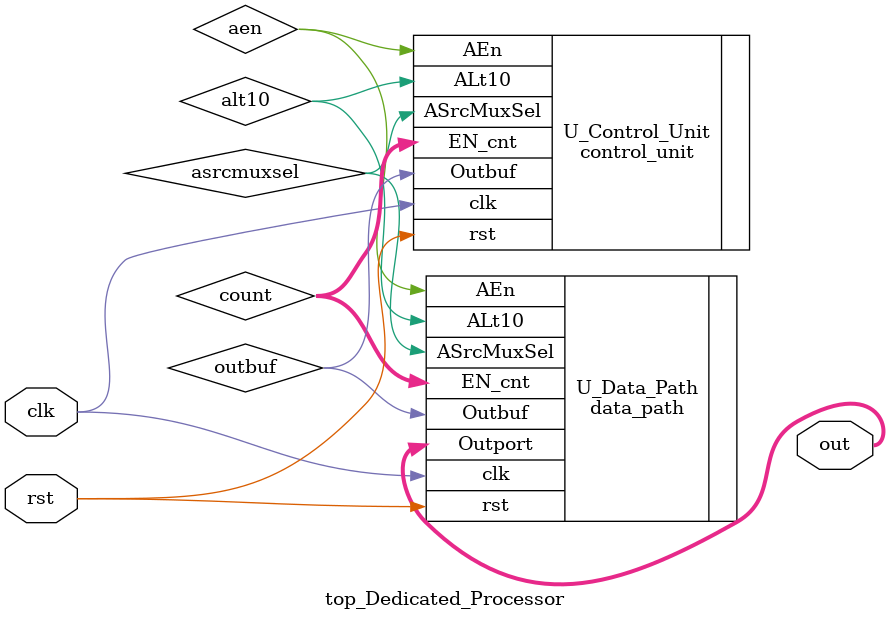
<source format=sv>
`timescale 1ns / 1ps


module top_Dedicated_Processor(
    input                       clk,
    input                       rst,
    output  [$clog2(55)-1:0]    out
    );

    logic                       alt10, asrcmuxsel, aen, outbuf;
    logic   [$clog2(10)-1:0]    count;

    control_unit U_Control_Unit(
        .clk                    (clk),
        .rst                    (rst),
        .ALt10                  (alt10),
        .ASrcMuxSel             (asrcmuxsel),
        .AEn                    (aen),
        .EN_cnt                 (count),
        .Outbuf                 (outbuf)
    );

    data_path U_Data_Path(
        .clk                    (clk),
        .rst                    (rst),
        .ASrcMuxSel             (asrcmuxsel),
        .AEn                    (aen),
        .Outbuf                 (outbuf),
        .EN_cnt                 (count),
        .ALt10                  (alt10),
        .Outport                (out)
    );
endmodule

</source>
